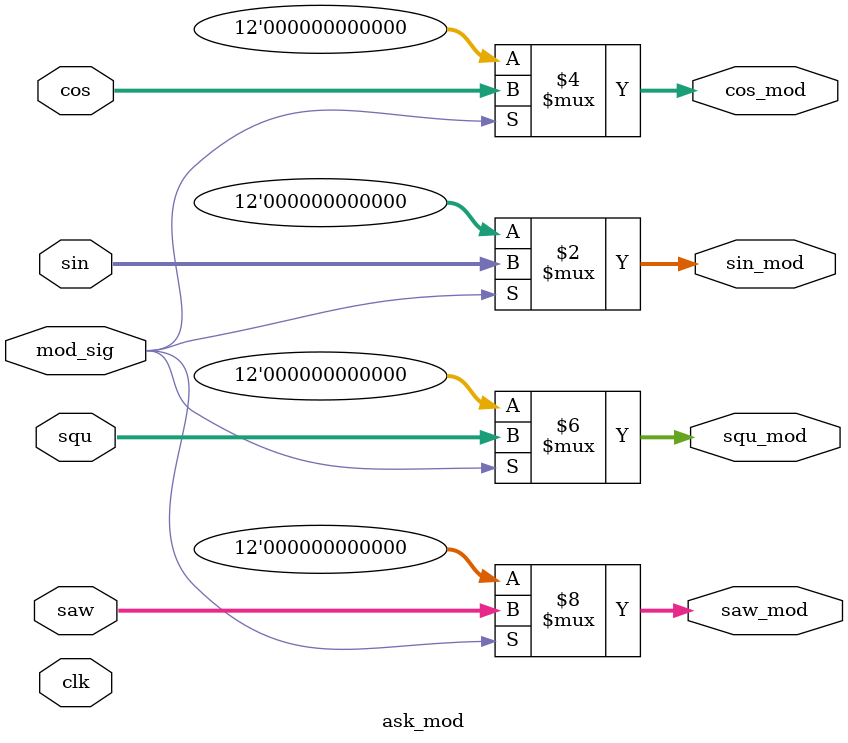
<source format=sv>
module ask_mod(input logic [11:0] sin, cos, squ, saw,
               input logic clk, mod_sig,
					output logic [11:0] sin_mod, cos_mod, squ_mod, saw_mod);

//output assigning
assign sin_mod = mod_sig ? sin : 1'b0;
assign cos_mod = mod_sig ? cos : 1'b0;
assign squ_mod = mod_sig ? squ : 1'b0;
assign saw_mod = mod_sig ? saw : 1'b0;

endmodule

</source>
